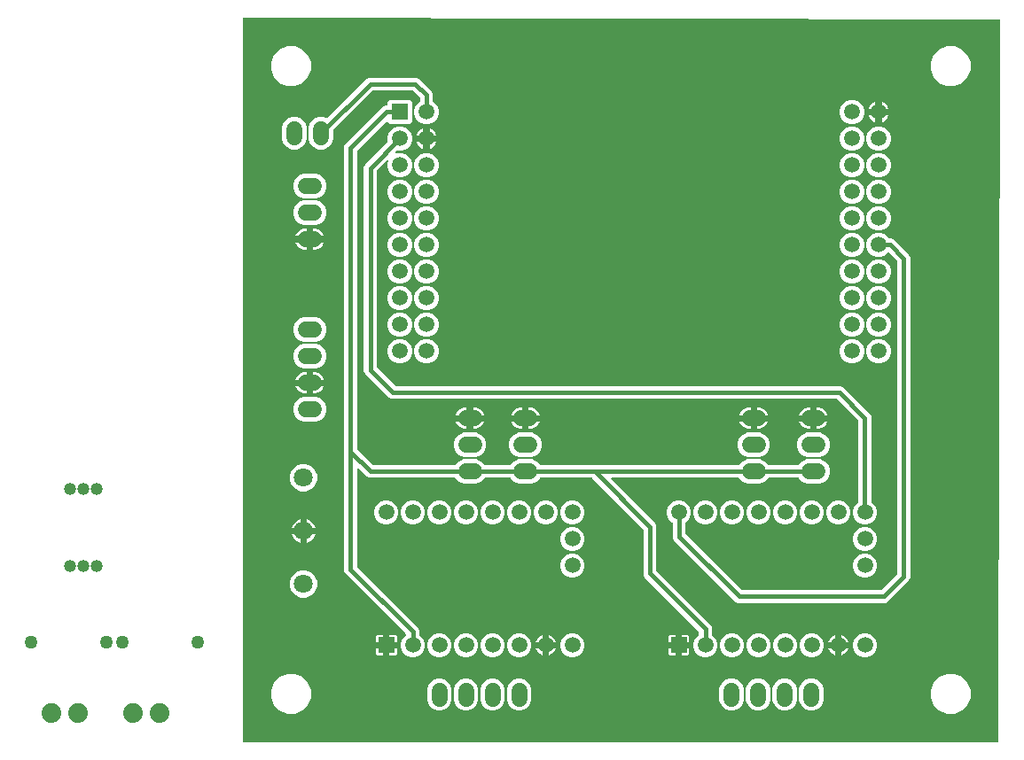
<source format=gbr>
G04 EAGLE Gerber RS-274X export*
G75*
%MOMM*%
%FSLAX34Y34*%
%LPD*%
%INBottom Copper*%
%IPPOS*%
%AMOC8*
5,1,8,0,0,1.08239X$1,22.5*%
G01*
G04 Define Apertures*
%ADD10C,1.500000*%
%ADD11R,1.500000X1.500000*%
%ADD12C,1.524000*%
%ADD13R,1.520000X1.520000*%
%ADD14C,1.520000*%
%ADD15C,1.800000*%
%ADD16C,1.879600*%
%ADD17C,1.260000*%
%ADD18C,1.185000*%
%ADD19C,0.406400*%
G36*
X725478Y4124D02*
X725181Y4064D01*
X4826Y4064D01*
X4551Y4115D01*
X4296Y4279D01*
X4124Y4529D01*
X4064Y4826D01*
X4064Y695167D01*
X4116Y695443D01*
X4279Y695698D01*
X4530Y695869D01*
X4827Y695929D01*
X726168Y694943D01*
X726443Y694891D01*
X726698Y694727D01*
X726869Y694477D01*
X726929Y694180D01*
X725943Y4825D01*
X725892Y4551D01*
X725728Y4296D01*
X725478Y4124D01*
G37*
%LPC*%
G36*
X676208Y630936D02*
X683792Y630936D01*
X690799Y633838D01*
X696162Y639201D01*
X699064Y646208D01*
X699064Y653792D01*
X696162Y660799D01*
X690799Y666162D01*
X683792Y669064D01*
X676208Y669064D01*
X669201Y666162D01*
X663838Y660799D01*
X660936Y653792D01*
X660936Y646208D01*
X663838Y639201D01*
X669201Y633838D01*
X676208Y630936D01*
G37*
G36*
X46208Y630936D02*
X53792Y630936D01*
X60799Y633838D01*
X66162Y639201D01*
X69064Y646208D01*
X69064Y653792D01*
X66162Y660799D01*
X60799Y666162D01*
X53792Y669064D01*
X46208Y669064D01*
X39201Y666162D01*
X33838Y660799D01*
X30936Y653792D01*
X30936Y646208D01*
X33838Y639201D01*
X39201Y633838D01*
X46208Y630936D01*
G37*
G36*
X76376Y570506D02*
X81024Y570506D01*
X85318Y572285D01*
X88605Y575572D01*
X90384Y579866D01*
X90384Y588747D01*
X90440Y589033D01*
X90607Y589286D01*
X128017Y626696D01*
X128259Y626859D01*
X128556Y626919D01*
X165808Y626919D01*
X166094Y626864D01*
X166347Y626696D01*
X173155Y619888D01*
X173318Y619647D01*
X173378Y619349D01*
X173378Y616799D01*
X173325Y616519D01*
X173159Y616265D01*
X172908Y616095D01*
X172867Y616078D01*
X169586Y612797D01*
X167810Y608510D01*
X167810Y603870D01*
X169586Y599583D01*
X172867Y596302D01*
X177154Y594526D01*
X181794Y594526D01*
X186081Y596302D01*
X189362Y599583D01*
X191138Y603870D01*
X191138Y608510D01*
X189362Y612797D01*
X186081Y616078D01*
X186040Y616095D01*
X185802Y616252D01*
X185630Y616502D01*
X185570Y616799D01*
X185570Y623403D01*
X184642Y625643D01*
X172102Y638183D01*
X169861Y639111D01*
X124503Y639111D01*
X122262Y638183D01*
X84601Y600522D01*
X84365Y600361D01*
X84068Y600299D01*
X83770Y600357D01*
X81024Y601494D01*
X76376Y601494D01*
X72082Y599715D01*
X68795Y596428D01*
X67016Y592134D01*
X67016Y579866D01*
X68795Y575572D01*
X72082Y572285D01*
X76376Y570506D01*
G37*
G36*
X583554Y594526D02*
X588194Y594526D01*
X592481Y596302D01*
X595762Y599583D01*
X597538Y603870D01*
X597538Y608510D01*
X595762Y612797D01*
X592481Y616078D01*
X588194Y617854D01*
X583554Y617854D01*
X579267Y616078D01*
X575986Y612797D01*
X574210Y608510D01*
X574210Y603870D01*
X575986Y599583D01*
X579267Y596302D01*
X583554Y594526D01*
G37*
G36*
X164200Y84936D02*
X168800Y84936D01*
X173051Y86697D01*
X176303Y89950D01*
X178064Y94200D01*
X178064Y98800D01*
X176303Y103051D01*
X173039Y106315D01*
X172828Y106454D01*
X172656Y106704D01*
X172596Y107001D01*
X172596Y110713D01*
X171668Y112953D01*
X113355Y171266D01*
X113193Y171507D01*
X113132Y171804D01*
X113132Y265101D01*
X113179Y265365D01*
X113339Y265623D01*
X113586Y265798D01*
X113882Y265863D01*
X114180Y265808D01*
X114433Y265640D01*
X122641Y257432D01*
X124882Y256504D01*
X206559Y256504D01*
X206840Y256451D01*
X207094Y256285D01*
X207263Y256034D01*
X207285Y255982D01*
X210572Y252695D01*
X214866Y250916D01*
X227134Y250916D01*
X231428Y252695D01*
X234715Y255982D01*
X234737Y256034D01*
X234893Y256272D01*
X235144Y256444D01*
X235441Y256504D01*
X259559Y256504D01*
X259840Y256451D01*
X260094Y256285D01*
X260263Y256034D01*
X260285Y255982D01*
X263572Y252695D01*
X267866Y250916D01*
X280134Y250916D01*
X284428Y252695D01*
X287715Y255982D01*
X287737Y256034D01*
X287893Y256272D01*
X288144Y256444D01*
X288441Y256504D01*
X337159Y256504D01*
X337445Y256448D01*
X337698Y256281D01*
X386681Y207298D01*
X386844Y207057D01*
X386904Y206759D01*
X386904Y163787D01*
X387832Y161547D01*
X439467Y109912D01*
X439630Y109670D01*
X439690Y109373D01*
X439690Y107001D01*
X439637Y106721D01*
X439471Y106466D01*
X439248Y106316D01*
X435983Y103051D01*
X434222Y98800D01*
X434222Y94200D01*
X435983Y89950D01*
X439236Y86697D01*
X443486Y84936D01*
X448086Y84936D01*
X452337Y86697D01*
X455590Y89950D01*
X457350Y94200D01*
X457350Y98800D01*
X455590Y103051D01*
X452325Y106315D01*
X452114Y106454D01*
X451943Y106704D01*
X451882Y107001D01*
X451882Y113426D01*
X450954Y115667D01*
X399319Y167302D01*
X399156Y167543D01*
X399096Y167841D01*
X399096Y210813D01*
X398168Y213053D01*
X356018Y255203D01*
X355865Y255423D01*
X355795Y255718D01*
X355846Y256017D01*
X356009Y256272D01*
X356259Y256444D01*
X356557Y256504D01*
X477559Y256504D01*
X477840Y256451D01*
X478094Y256285D01*
X478263Y256034D01*
X478285Y255982D01*
X481572Y252695D01*
X485866Y250916D01*
X498134Y250916D01*
X502428Y252695D01*
X505715Y255982D01*
X505772Y256118D01*
X505928Y256356D01*
X506178Y256528D01*
X506476Y256588D01*
X534524Y256588D01*
X534805Y256534D01*
X535059Y256369D01*
X535228Y256118D01*
X535285Y255982D01*
X538572Y252695D01*
X542866Y250916D01*
X555134Y250916D01*
X559428Y252695D01*
X562715Y255982D01*
X564494Y260276D01*
X564494Y264924D01*
X562715Y269218D01*
X559428Y272505D01*
X555134Y274284D01*
X542866Y274284D01*
X538572Y272505D01*
X535262Y269196D01*
X535141Y269012D01*
X534891Y268840D01*
X534594Y268780D01*
X506406Y268780D01*
X506126Y268833D01*
X505872Y268999D01*
X505741Y269193D01*
X502428Y272505D01*
X498134Y274284D01*
X485866Y274284D01*
X481572Y272505D01*
X478285Y269218D01*
X478263Y269166D01*
X478107Y268928D01*
X477856Y268756D01*
X477559Y268696D01*
X288441Y268696D01*
X288160Y268749D01*
X287906Y268915D01*
X287737Y269166D01*
X287715Y269218D01*
X284428Y272505D01*
X280134Y274284D01*
X267866Y274284D01*
X263572Y272505D01*
X260285Y269218D01*
X260263Y269166D01*
X260107Y268928D01*
X259856Y268756D01*
X259559Y268696D01*
X235441Y268696D01*
X235160Y268749D01*
X234906Y268915D01*
X234737Y269166D01*
X234715Y269218D01*
X231428Y272505D01*
X227134Y274284D01*
X214866Y274284D01*
X210572Y272505D01*
X207285Y269218D01*
X207263Y269166D01*
X207107Y268928D01*
X206856Y268756D01*
X206559Y268696D01*
X128935Y268696D01*
X128649Y268752D01*
X128396Y268919D01*
X113355Y283960D01*
X113193Y284201D01*
X113132Y284499D01*
X113132Y569042D01*
X113188Y569328D01*
X113355Y569581D01*
X141109Y597335D01*
X141329Y597488D01*
X141624Y597558D01*
X141923Y597507D01*
X142178Y597343D01*
X142350Y597093D01*
X142382Y596935D01*
X144791Y594526D01*
X163357Y594526D01*
X165738Y596907D01*
X165738Y615473D01*
X163357Y617854D01*
X144791Y617854D01*
X142410Y615473D01*
X142410Y613048D01*
X142359Y612773D01*
X142195Y612518D01*
X141945Y612346D01*
X141648Y612286D01*
X140131Y612286D01*
X137890Y611358D01*
X101868Y575336D01*
X100940Y573095D01*
X100940Y167751D01*
X101868Y165511D01*
X103690Y163689D01*
X159974Y107405D01*
X160132Y107175D01*
X160197Y106879D01*
X160141Y106581D01*
X159974Y106328D01*
X156697Y103051D01*
X154936Y98800D01*
X154936Y94200D01*
X156697Y89950D01*
X159950Y86697D01*
X164200Y84936D01*
G37*
G36*
X601561Y609238D02*
X608226Y609238D01*
X608226Y615903D01*
X605530Y614786D01*
X602678Y611934D01*
X601561Y609238D01*
G37*
G36*
X614322Y609238D02*
X620987Y609238D01*
X619870Y611934D01*
X617018Y614786D01*
X614322Y615903D01*
X614322Y609238D01*
G37*
G36*
X614322Y603142D02*
X614322Y596477D01*
X617018Y597594D01*
X619870Y600446D01*
X620987Y603142D01*
X614322Y603142D01*
G37*
G36*
X605530Y597594D02*
X608226Y596477D01*
X608226Y603142D01*
X601561Y603142D01*
X602678Y600446D01*
X605530Y597594D01*
G37*
G36*
X50976Y570506D02*
X55624Y570506D01*
X59918Y572285D01*
X63205Y575572D01*
X64984Y579866D01*
X64984Y592134D01*
X63205Y596428D01*
X59918Y599715D01*
X55624Y601494D01*
X50976Y601494D01*
X46682Y599715D01*
X43395Y596428D01*
X41616Y592134D01*
X41616Y579866D01*
X43395Y575572D01*
X46682Y572285D01*
X50976Y570506D01*
G37*
G36*
X608954Y569126D02*
X613594Y569126D01*
X617881Y570902D01*
X621162Y574183D01*
X622938Y578470D01*
X622938Y583110D01*
X621162Y587397D01*
X617881Y590678D01*
X613594Y592454D01*
X608954Y592454D01*
X604667Y590678D01*
X601386Y587397D01*
X599610Y583110D01*
X599610Y578470D01*
X601386Y574183D01*
X604667Y570902D01*
X608954Y569126D01*
G37*
G36*
X583554Y569126D02*
X588194Y569126D01*
X592481Y570902D01*
X595762Y574183D01*
X597538Y578470D01*
X597538Y583110D01*
X595762Y587397D01*
X592481Y590678D01*
X588194Y592454D01*
X583554Y592454D01*
X579267Y590678D01*
X575986Y587397D01*
X574210Y583110D01*
X574210Y578470D01*
X575986Y574183D01*
X579267Y570902D01*
X583554Y569126D01*
G37*
G36*
X595886Y211936D02*
X600486Y211936D01*
X604737Y213697D01*
X607990Y216950D01*
X609750Y221200D01*
X609750Y225800D01*
X607990Y230051D01*
X604737Y233303D01*
X604686Y233325D01*
X604447Y233481D01*
X604275Y233731D01*
X604215Y234029D01*
X604215Y315026D01*
X603287Y317267D01*
X577210Y343344D01*
X574969Y344272D01*
X150110Y344272D01*
X149824Y344328D01*
X149571Y344495D01*
X132111Y361956D01*
X131948Y362197D01*
X131888Y362495D01*
X131888Y549667D01*
X131943Y549953D01*
X132111Y550206D01*
X141678Y559772D01*
X141891Y559923D01*
X142186Y559995D01*
X142485Y559947D01*
X142742Y559785D01*
X142916Y559536D01*
X142978Y559240D01*
X142920Y558942D01*
X142410Y557710D01*
X142410Y553070D01*
X144186Y548783D01*
X147467Y545502D01*
X151754Y543726D01*
X156394Y543726D01*
X160681Y545502D01*
X163962Y548783D01*
X165738Y553070D01*
X165738Y557710D01*
X163962Y561997D01*
X160681Y565278D01*
X156394Y567054D01*
X151754Y567054D01*
X150522Y566544D01*
X150267Y566487D01*
X149967Y566533D01*
X149709Y566692D01*
X149534Y566939D01*
X149469Y567236D01*
X149524Y567534D01*
X149692Y567787D01*
X150883Y568978D01*
X151119Y569138D01*
X151416Y569201D01*
X151713Y569143D01*
X151754Y569126D01*
X156394Y569126D01*
X160681Y570902D01*
X163962Y574183D01*
X165738Y578470D01*
X165738Y583110D01*
X163962Y587397D01*
X160681Y590678D01*
X156394Y592454D01*
X151754Y592454D01*
X147467Y590678D01*
X144186Y587397D01*
X142410Y583110D01*
X142410Y578470D01*
X142427Y578429D01*
X142485Y578150D01*
X142429Y577852D01*
X142262Y577599D01*
X120624Y555961D01*
X119696Y553720D01*
X119696Y358441D01*
X120624Y356201D01*
X143816Y333008D01*
X146057Y332080D01*
X570916Y332080D01*
X571202Y332024D01*
X571455Y331857D01*
X591800Y311512D01*
X591963Y311270D01*
X592023Y310973D01*
X592023Y233973D01*
X591970Y233693D01*
X591804Y233439D01*
X591702Y233370D01*
X588383Y230051D01*
X586622Y225800D01*
X586622Y221200D01*
X588383Y216950D01*
X591636Y213697D01*
X595886Y211936D01*
G37*
G36*
X169761Y583838D02*
X176426Y583838D01*
X176426Y590503D01*
X173730Y589386D01*
X170878Y586534D01*
X169761Y583838D01*
G37*
G36*
X182522Y583838D02*
X189187Y583838D01*
X188070Y586534D01*
X185218Y589386D01*
X182522Y590503D01*
X182522Y583838D01*
G37*
G36*
X182522Y577742D02*
X182522Y571077D01*
X185218Y572194D01*
X188070Y575046D01*
X189187Y577742D01*
X182522Y577742D01*
G37*
G36*
X173730Y572194D02*
X176426Y571077D01*
X176426Y577742D01*
X169761Y577742D01*
X170878Y575046D01*
X173730Y572194D01*
G37*
G36*
X583554Y543726D02*
X588194Y543726D01*
X592481Y545502D01*
X595762Y548783D01*
X597538Y553070D01*
X597538Y557710D01*
X595762Y561997D01*
X592481Y565278D01*
X588194Y567054D01*
X583554Y567054D01*
X579267Y565278D01*
X575986Y561997D01*
X574210Y557710D01*
X574210Y553070D01*
X575986Y548783D01*
X579267Y545502D01*
X583554Y543726D01*
G37*
G36*
X608954Y543726D02*
X613594Y543726D01*
X617881Y545502D01*
X621162Y548783D01*
X622938Y553070D01*
X622938Y557710D01*
X621162Y561997D01*
X617881Y565278D01*
X613594Y567054D01*
X608954Y567054D01*
X604667Y565278D01*
X601386Y561997D01*
X599610Y557710D01*
X599610Y553070D01*
X601386Y548783D01*
X604667Y545502D01*
X608954Y543726D01*
G37*
G36*
X177154Y543726D02*
X181794Y543726D01*
X186081Y545502D01*
X189362Y548783D01*
X191138Y553070D01*
X191138Y557710D01*
X189362Y561997D01*
X186081Y565278D01*
X181794Y567054D01*
X177154Y567054D01*
X172867Y565278D01*
X169586Y561997D01*
X167810Y557710D01*
X167810Y553070D01*
X169586Y548783D01*
X172867Y545502D01*
X177154Y543726D01*
G37*
G36*
X61866Y523716D02*
X74134Y523716D01*
X78428Y525495D01*
X81715Y528782D01*
X83494Y533076D01*
X83494Y537724D01*
X81715Y542018D01*
X78428Y545305D01*
X74134Y547084D01*
X61866Y547084D01*
X57572Y545305D01*
X54285Y542018D01*
X52506Y537724D01*
X52506Y533076D01*
X54285Y528782D01*
X57572Y525495D01*
X61866Y523716D01*
G37*
G36*
X608954Y518326D02*
X613594Y518326D01*
X617881Y520102D01*
X621162Y523383D01*
X622938Y527670D01*
X622938Y532310D01*
X621162Y536597D01*
X617881Y539878D01*
X613594Y541654D01*
X608954Y541654D01*
X604667Y539878D01*
X601386Y536597D01*
X599610Y532310D01*
X599610Y527670D01*
X601386Y523383D01*
X604667Y520102D01*
X608954Y518326D01*
G37*
G36*
X583554Y518326D02*
X588194Y518326D01*
X592481Y520102D01*
X595762Y523383D01*
X597538Y527670D01*
X597538Y532310D01*
X595762Y536597D01*
X592481Y539878D01*
X588194Y541654D01*
X583554Y541654D01*
X579267Y539878D01*
X575986Y536597D01*
X574210Y532310D01*
X574210Y527670D01*
X575986Y523383D01*
X579267Y520102D01*
X583554Y518326D01*
G37*
G36*
X177154Y518326D02*
X181794Y518326D01*
X186081Y520102D01*
X189362Y523383D01*
X191138Y527670D01*
X191138Y532310D01*
X189362Y536597D01*
X186081Y539878D01*
X181794Y541654D01*
X177154Y541654D01*
X172867Y539878D01*
X169586Y536597D01*
X167810Y532310D01*
X167810Y527670D01*
X169586Y523383D01*
X172867Y520102D01*
X177154Y518326D01*
G37*
G36*
X151754Y518326D02*
X156394Y518326D01*
X160681Y520102D01*
X163962Y523383D01*
X165738Y527670D01*
X165738Y532310D01*
X163962Y536597D01*
X160681Y539878D01*
X156394Y541654D01*
X151754Y541654D01*
X147467Y539878D01*
X144186Y536597D01*
X142410Y532310D01*
X142410Y527670D01*
X144186Y523383D01*
X147467Y520102D01*
X151754Y518326D01*
G37*
G36*
X61866Y498316D02*
X74134Y498316D01*
X78428Y500095D01*
X81715Y503382D01*
X83494Y507676D01*
X83494Y512324D01*
X81715Y516618D01*
X78428Y519905D01*
X74134Y521684D01*
X61866Y521684D01*
X57572Y519905D01*
X54285Y516618D01*
X52506Y512324D01*
X52506Y507676D01*
X54285Y503382D01*
X57572Y500095D01*
X61866Y498316D01*
G37*
G36*
X608954Y492926D02*
X613594Y492926D01*
X617881Y494702D01*
X621162Y497983D01*
X622938Y502270D01*
X622938Y506910D01*
X621162Y511197D01*
X617881Y514478D01*
X613594Y516254D01*
X608954Y516254D01*
X604667Y514478D01*
X601386Y511197D01*
X599610Y506910D01*
X599610Y502270D01*
X601386Y497983D01*
X604667Y494702D01*
X608954Y492926D01*
G37*
G36*
X583554Y492926D02*
X588194Y492926D01*
X592481Y494702D01*
X595762Y497983D01*
X597538Y502270D01*
X597538Y506910D01*
X595762Y511197D01*
X592481Y514478D01*
X588194Y516254D01*
X583554Y516254D01*
X579267Y514478D01*
X575986Y511197D01*
X574210Y506910D01*
X574210Y502270D01*
X575986Y497983D01*
X579267Y494702D01*
X583554Y492926D01*
G37*
G36*
X177154Y492926D02*
X181794Y492926D01*
X186081Y494702D01*
X189362Y497983D01*
X191138Y502270D01*
X191138Y506910D01*
X189362Y511197D01*
X186081Y514478D01*
X181794Y516254D01*
X177154Y516254D01*
X172867Y514478D01*
X169586Y511197D01*
X167810Y506910D01*
X167810Y502270D01*
X169586Y497983D01*
X172867Y494702D01*
X177154Y492926D01*
G37*
G36*
X151754Y492926D02*
X156394Y492926D01*
X160681Y494702D01*
X163962Y497983D01*
X165738Y502270D01*
X165738Y506910D01*
X163962Y511197D01*
X160681Y514478D01*
X156394Y516254D01*
X151754Y516254D01*
X147467Y514478D01*
X144186Y511197D01*
X142410Y506910D01*
X142410Y502270D01*
X144186Y497983D01*
X147467Y494702D01*
X151754Y492926D01*
G37*
G36*
X71048Y487648D02*
X81545Y487648D01*
X80423Y490355D01*
X77565Y493213D01*
X73831Y494760D01*
X71048Y494760D01*
X71048Y487648D01*
G37*
G36*
X54455Y487648D02*
X64952Y487648D01*
X64952Y494760D01*
X62169Y494760D01*
X58435Y493213D01*
X55577Y490355D01*
X54455Y487648D01*
G37*
G36*
X477103Y136888D02*
X617306Y136888D01*
X619546Y137817D01*
X640417Y158687D01*
X641345Y160927D01*
X641345Y467218D01*
X640417Y469458D01*
X625517Y484358D01*
X623276Y485286D01*
X621883Y485286D01*
X621603Y485339D01*
X621349Y485505D01*
X621179Y485756D01*
X621162Y485797D01*
X617881Y489078D01*
X613594Y490854D01*
X608954Y490854D01*
X604667Y489078D01*
X601386Y485797D01*
X599610Y481510D01*
X599610Y476870D01*
X601386Y472583D01*
X604667Y469302D01*
X608954Y467526D01*
X613594Y467526D01*
X617881Y469302D01*
X620067Y471488D01*
X620298Y471646D01*
X620594Y471711D01*
X620892Y471655D01*
X621145Y471488D01*
X628929Y463703D01*
X629092Y463462D01*
X629153Y463164D01*
X629153Y164981D01*
X629097Y164695D01*
X628929Y164442D01*
X613791Y149304D01*
X613550Y149141D01*
X613253Y149080D01*
X481157Y149080D01*
X480871Y149136D01*
X480618Y149304D01*
X427221Y202701D01*
X427058Y202942D01*
X426998Y203240D01*
X426998Y213442D01*
X427053Y213728D01*
X427221Y213981D01*
X430190Y216950D01*
X431950Y221200D01*
X431950Y225800D01*
X430190Y230051D01*
X426937Y233303D01*
X422686Y235064D01*
X418086Y235064D01*
X413836Y233303D01*
X410583Y230051D01*
X408822Y225800D01*
X408822Y221200D01*
X410583Y216950D01*
X413836Y213697D01*
X414335Y213490D01*
X414574Y213333D01*
X414745Y213083D01*
X414806Y212786D01*
X414806Y199186D01*
X415734Y196946D01*
X474863Y137817D01*
X477103Y136888D01*
G37*
G36*
X583554Y467526D02*
X588194Y467526D01*
X592481Y469302D01*
X595762Y472583D01*
X597538Y476870D01*
X597538Y481510D01*
X595762Y485797D01*
X592481Y489078D01*
X588194Y490854D01*
X583554Y490854D01*
X579267Y489078D01*
X575986Y485797D01*
X574210Y481510D01*
X574210Y476870D01*
X575986Y472583D01*
X579267Y469302D01*
X583554Y467526D01*
G37*
G36*
X177154Y467526D02*
X181794Y467526D01*
X186081Y469302D01*
X189362Y472583D01*
X191138Y476870D01*
X191138Y481510D01*
X189362Y485797D01*
X186081Y489078D01*
X181794Y490854D01*
X177154Y490854D01*
X172867Y489078D01*
X169586Y485797D01*
X167810Y481510D01*
X167810Y476870D01*
X169586Y472583D01*
X172867Y469302D01*
X177154Y467526D01*
G37*
G36*
X151754Y467526D02*
X156394Y467526D01*
X160681Y469302D01*
X163962Y472583D01*
X165738Y476870D01*
X165738Y481510D01*
X163962Y485797D01*
X160681Y489078D01*
X156394Y490854D01*
X151754Y490854D01*
X147467Y489078D01*
X144186Y485797D01*
X142410Y481510D01*
X142410Y476870D01*
X144186Y472583D01*
X147467Y469302D01*
X151754Y467526D01*
G37*
G36*
X62169Y474440D02*
X64952Y474440D01*
X64952Y481552D01*
X54455Y481552D01*
X55577Y478845D01*
X58435Y475987D01*
X62169Y474440D01*
G37*
G36*
X71048Y474440D02*
X73831Y474440D01*
X77565Y475987D01*
X80423Y478845D01*
X81545Y481552D01*
X71048Y481552D01*
X71048Y474440D01*
G37*
G36*
X608954Y442126D02*
X613594Y442126D01*
X617881Y443902D01*
X621162Y447183D01*
X622938Y451470D01*
X622938Y456110D01*
X621162Y460397D01*
X617881Y463678D01*
X613594Y465454D01*
X608954Y465454D01*
X604667Y463678D01*
X601386Y460397D01*
X599610Y456110D01*
X599610Y451470D01*
X601386Y447183D01*
X604667Y443902D01*
X608954Y442126D01*
G37*
G36*
X151754Y442126D02*
X156394Y442126D01*
X160681Y443902D01*
X163962Y447183D01*
X165738Y451470D01*
X165738Y456110D01*
X163962Y460397D01*
X160681Y463678D01*
X156394Y465454D01*
X151754Y465454D01*
X147467Y463678D01*
X144186Y460397D01*
X142410Y456110D01*
X142410Y451470D01*
X144186Y447183D01*
X147467Y443902D01*
X151754Y442126D01*
G37*
G36*
X583554Y442126D02*
X588194Y442126D01*
X592481Y443902D01*
X595762Y447183D01*
X597538Y451470D01*
X597538Y456110D01*
X595762Y460397D01*
X592481Y463678D01*
X588194Y465454D01*
X583554Y465454D01*
X579267Y463678D01*
X575986Y460397D01*
X574210Y456110D01*
X574210Y451470D01*
X575986Y447183D01*
X579267Y443902D01*
X583554Y442126D01*
G37*
G36*
X177154Y442126D02*
X181794Y442126D01*
X186081Y443902D01*
X189362Y447183D01*
X191138Y451470D01*
X191138Y456110D01*
X189362Y460397D01*
X186081Y463678D01*
X181794Y465454D01*
X177154Y465454D01*
X172867Y463678D01*
X169586Y460397D01*
X167810Y456110D01*
X167810Y451470D01*
X169586Y447183D01*
X172867Y443902D01*
X177154Y442126D01*
G37*
G36*
X151754Y416726D02*
X156394Y416726D01*
X160681Y418502D01*
X163962Y421783D01*
X165738Y426070D01*
X165738Y430710D01*
X163962Y434997D01*
X160681Y438278D01*
X156394Y440054D01*
X151754Y440054D01*
X147467Y438278D01*
X144186Y434997D01*
X142410Y430710D01*
X142410Y426070D01*
X144186Y421783D01*
X147467Y418502D01*
X151754Y416726D01*
G37*
G36*
X608954Y416726D02*
X613594Y416726D01*
X617881Y418502D01*
X621162Y421783D01*
X622938Y426070D01*
X622938Y430710D01*
X621162Y434997D01*
X617881Y438278D01*
X613594Y440054D01*
X608954Y440054D01*
X604667Y438278D01*
X601386Y434997D01*
X599610Y430710D01*
X599610Y426070D01*
X601386Y421783D01*
X604667Y418502D01*
X608954Y416726D01*
G37*
G36*
X583554Y416726D02*
X588194Y416726D01*
X592481Y418502D01*
X595762Y421783D01*
X597538Y426070D01*
X597538Y430710D01*
X595762Y434997D01*
X592481Y438278D01*
X588194Y440054D01*
X583554Y440054D01*
X579267Y438278D01*
X575986Y434997D01*
X574210Y430710D01*
X574210Y426070D01*
X575986Y421783D01*
X579267Y418502D01*
X583554Y416726D01*
G37*
G36*
X177154Y416726D02*
X181794Y416726D01*
X186081Y418502D01*
X189362Y421783D01*
X191138Y426070D01*
X191138Y430710D01*
X189362Y434997D01*
X186081Y438278D01*
X181794Y440054D01*
X177154Y440054D01*
X172867Y438278D01*
X169586Y434997D01*
X167810Y430710D01*
X167810Y426070D01*
X169586Y421783D01*
X172867Y418502D01*
X177154Y416726D01*
G37*
G36*
X177154Y391326D02*
X181794Y391326D01*
X186081Y393102D01*
X189362Y396383D01*
X191138Y400670D01*
X191138Y405310D01*
X189362Y409597D01*
X186081Y412878D01*
X181794Y414654D01*
X177154Y414654D01*
X172867Y412878D01*
X169586Y409597D01*
X167810Y405310D01*
X167810Y400670D01*
X169586Y396383D01*
X172867Y393102D01*
X177154Y391326D01*
G37*
G36*
X583554Y391326D02*
X588194Y391326D01*
X592481Y393102D01*
X595762Y396383D01*
X597538Y400670D01*
X597538Y405310D01*
X595762Y409597D01*
X592481Y412878D01*
X588194Y414654D01*
X583554Y414654D01*
X579267Y412878D01*
X575986Y409597D01*
X574210Y405310D01*
X574210Y400670D01*
X575986Y396383D01*
X579267Y393102D01*
X583554Y391326D01*
G37*
G36*
X608954Y391326D02*
X613594Y391326D01*
X617881Y393102D01*
X621162Y396383D01*
X622938Y400670D01*
X622938Y405310D01*
X621162Y409597D01*
X617881Y412878D01*
X613594Y414654D01*
X608954Y414654D01*
X604667Y412878D01*
X601386Y409597D01*
X599610Y405310D01*
X599610Y400670D01*
X601386Y396383D01*
X604667Y393102D01*
X608954Y391326D01*
G37*
G36*
X151754Y391326D02*
X156394Y391326D01*
X160681Y393102D01*
X163962Y396383D01*
X165738Y400670D01*
X165738Y405310D01*
X163962Y409597D01*
X160681Y412878D01*
X156394Y414654D01*
X151754Y414654D01*
X147467Y412878D01*
X144186Y409597D01*
X142410Y405310D01*
X142410Y400670D01*
X144186Y396383D01*
X147467Y393102D01*
X151754Y391326D01*
G37*
G36*
X61866Y386416D02*
X74134Y386416D01*
X78428Y388195D01*
X81715Y391482D01*
X83494Y395776D01*
X83494Y400424D01*
X81715Y404718D01*
X78428Y408005D01*
X74134Y409784D01*
X61866Y409784D01*
X57572Y408005D01*
X54285Y404718D01*
X52506Y400424D01*
X52506Y395776D01*
X54285Y391482D01*
X57572Y388195D01*
X61866Y386416D01*
G37*
G36*
X177154Y365926D02*
X181794Y365926D01*
X186081Y367702D01*
X189362Y370983D01*
X191138Y375270D01*
X191138Y379910D01*
X189362Y384197D01*
X186081Y387478D01*
X181794Y389254D01*
X177154Y389254D01*
X172867Y387478D01*
X169586Y384197D01*
X167810Y379910D01*
X167810Y375270D01*
X169586Y370983D01*
X172867Y367702D01*
X177154Y365926D01*
G37*
G36*
X583554Y365926D02*
X588194Y365926D01*
X592481Y367702D01*
X595762Y370983D01*
X597538Y375270D01*
X597538Y379910D01*
X595762Y384197D01*
X592481Y387478D01*
X588194Y389254D01*
X583554Y389254D01*
X579267Y387478D01*
X575986Y384197D01*
X574210Y379910D01*
X574210Y375270D01*
X575986Y370983D01*
X579267Y367702D01*
X583554Y365926D01*
G37*
G36*
X151754Y365926D02*
X156394Y365926D01*
X160681Y367702D01*
X163962Y370983D01*
X165738Y375270D01*
X165738Y379910D01*
X163962Y384197D01*
X160681Y387478D01*
X156394Y389254D01*
X151754Y389254D01*
X147467Y387478D01*
X144186Y384197D01*
X142410Y379910D01*
X142410Y375270D01*
X144186Y370983D01*
X147467Y367702D01*
X151754Y365926D01*
G37*
G36*
X608954Y365926D02*
X613594Y365926D01*
X617881Y367702D01*
X621162Y370983D01*
X622938Y375270D01*
X622938Y379910D01*
X621162Y384197D01*
X617881Y387478D01*
X613594Y389254D01*
X608954Y389254D01*
X604667Y387478D01*
X601386Y384197D01*
X599610Y379910D01*
X599610Y375270D01*
X601386Y370983D01*
X604667Y367702D01*
X608954Y365926D01*
G37*
G36*
X61866Y361016D02*
X74134Y361016D01*
X78428Y362795D01*
X81715Y366082D01*
X83494Y370376D01*
X83494Y375024D01*
X81715Y379318D01*
X78428Y382605D01*
X74134Y384384D01*
X61866Y384384D01*
X57572Y382605D01*
X54285Y379318D01*
X52506Y375024D01*
X52506Y370376D01*
X54285Y366082D01*
X57572Y362795D01*
X61866Y361016D01*
G37*
G36*
X54455Y350348D02*
X64952Y350348D01*
X64952Y357460D01*
X62169Y357460D01*
X58435Y355913D01*
X55577Y353055D01*
X54455Y350348D01*
G37*
G36*
X71048Y350348D02*
X81545Y350348D01*
X80423Y353055D01*
X77565Y355913D01*
X73831Y357460D01*
X71048Y357460D01*
X71048Y350348D01*
G37*
G36*
X62169Y337140D02*
X64952Y337140D01*
X64952Y344252D01*
X54455Y344252D01*
X55577Y341545D01*
X58435Y338687D01*
X62169Y337140D01*
G37*
G36*
X71048Y337140D02*
X73831Y337140D01*
X77565Y338687D01*
X80423Y341545D01*
X81545Y344252D01*
X71048Y344252D01*
X71048Y337140D01*
G37*
G36*
X61866Y310216D02*
X74134Y310216D01*
X78428Y311995D01*
X81715Y315282D01*
X83494Y319576D01*
X83494Y324224D01*
X81715Y328518D01*
X78428Y331805D01*
X74134Y333584D01*
X61866Y333584D01*
X57572Y331805D01*
X54285Y328518D01*
X52506Y324224D01*
X52506Y319576D01*
X54285Y315282D01*
X57572Y311995D01*
X61866Y310216D01*
G37*
G36*
X224048Y316448D02*
X234545Y316448D01*
X233423Y319155D01*
X230565Y322013D01*
X226831Y323560D01*
X224048Y323560D01*
X224048Y316448D01*
G37*
G36*
X277048Y316448D02*
X287545Y316448D01*
X286423Y319155D01*
X283565Y322013D01*
X279831Y323560D01*
X277048Y323560D01*
X277048Y316448D01*
G37*
G36*
X260455Y316448D02*
X270952Y316448D01*
X270952Y323560D01*
X268169Y323560D01*
X264435Y322013D01*
X261577Y319155D01*
X260455Y316448D01*
G37*
G36*
X207455Y316448D02*
X217952Y316448D01*
X217952Y323560D01*
X215169Y323560D01*
X211435Y322013D01*
X208577Y319155D01*
X207455Y316448D01*
G37*
G36*
X535455Y316448D02*
X545952Y316448D01*
X545952Y323560D01*
X543169Y323560D01*
X539435Y322013D01*
X536577Y319155D01*
X535455Y316448D01*
G37*
G36*
X478455Y316448D02*
X488952Y316448D01*
X488952Y323560D01*
X486169Y323560D01*
X482435Y322013D01*
X479577Y319155D01*
X478455Y316448D01*
G37*
G36*
X495048Y316448D02*
X505545Y316448D01*
X504423Y319155D01*
X501565Y322013D01*
X497831Y323560D01*
X495048Y323560D01*
X495048Y316448D01*
G37*
G36*
X552048Y316448D02*
X562545Y316448D01*
X561423Y319155D01*
X558565Y322013D01*
X554831Y323560D01*
X552048Y323560D01*
X552048Y316448D01*
G37*
G36*
X552048Y303240D02*
X554831Y303240D01*
X558565Y304787D01*
X561423Y307645D01*
X562545Y310352D01*
X552048Y310352D01*
X552048Y303240D01*
G37*
G36*
X495048Y303240D02*
X497831Y303240D01*
X501565Y304787D01*
X504423Y307645D01*
X505545Y310352D01*
X495048Y310352D01*
X495048Y303240D01*
G37*
G36*
X486169Y303240D02*
X488952Y303240D01*
X488952Y310352D01*
X478455Y310352D01*
X479577Y307645D01*
X482435Y304787D01*
X486169Y303240D01*
G37*
G36*
X277048Y303240D02*
X279831Y303240D01*
X283565Y304787D01*
X286423Y307645D01*
X287545Y310352D01*
X277048Y310352D01*
X277048Y303240D01*
G37*
G36*
X268169Y303240D02*
X270952Y303240D01*
X270952Y310352D01*
X260455Y310352D01*
X261577Y307645D01*
X264435Y304787D01*
X268169Y303240D01*
G37*
G36*
X224048Y303240D02*
X226831Y303240D01*
X230565Y304787D01*
X233423Y307645D01*
X234545Y310352D01*
X224048Y310352D01*
X224048Y303240D01*
G37*
G36*
X215169Y303240D02*
X217952Y303240D01*
X217952Y310352D01*
X207455Y310352D01*
X208577Y307645D01*
X211435Y304787D01*
X215169Y303240D01*
G37*
G36*
X543169Y303240D02*
X545952Y303240D01*
X545952Y310352D01*
X535455Y310352D01*
X536577Y307645D01*
X539435Y304787D01*
X543169Y303240D01*
G37*
G36*
X542866Y276316D02*
X555134Y276316D01*
X559428Y278095D01*
X562715Y281382D01*
X564494Y285676D01*
X564494Y290324D01*
X562715Y294618D01*
X559428Y297905D01*
X555134Y299684D01*
X542866Y299684D01*
X538572Y297905D01*
X535285Y294618D01*
X533506Y290324D01*
X533506Y285676D01*
X535285Y281382D01*
X538572Y278095D01*
X542866Y276316D01*
G37*
G36*
X485866Y276316D02*
X498134Y276316D01*
X502428Y278095D01*
X505715Y281382D01*
X507494Y285676D01*
X507494Y290324D01*
X505715Y294618D01*
X502428Y297905D01*
X498134Y299684D01*
X485866Y299684D01*
X481572Y297905D01*
X478285Y294618D01*
X476506Y290324D01*
X476506Y285676D01*
X478285Y281382D01*
X481572Y278095D01*
X485866Y276316D01*
G37*
G36*
X214866Y276316D02*
X227134Y276316D01*
X231428Y278095D01*
X234715Y281382D01*
X236494Y285676D01*
X236494Y290324D01*
X234715Y294618D01*
X231428Y297905D01*
X227134Y299684D01*
X214866Y299684D01*
X210572Y297905D01*
X207285Y294618D01*
X205506Y290324D01*
X205506Y285676D01*
X207285Y281382D01*
X210572Y278095D01*
X214866Y276316D01*
G37*
G36*
X267866Y276316D02*
X280134Y276316D01*
X284428Y278095D01*
X287715Y281382D01*
X289494Y285676D01*
X289494Y290324D01*
X287715Y294618D01*
X284428Y297905D01*
X280134Y299684D01*
X267866Y299684D01*
X263572Y297905D01*
X260285Y294618D01*
X258506Y290324D01*
X258506Y285676D01*
X260285Y281382D01*
X263572Y278095D01*
X267866Y276316D01*
G37*
G36*
X59401Y243536D02*
X64599Y243536D01*
X69400Y245525D01*
X73075Y249200D01*
X75064Y254001D01*
X75064Y259199D01*
X73075Y264000D01*
X69400Y267675D01*
X64599Y269664D01*
X59401Y269664D01*
X54600Y267675D01*
X50925Y264000D01*
X48936Y259199D01*
X48936Y254001D01*
X50925Y249200D01*
X54600Y245525D01*
X59401Y243536D01*
G37*
G36*
X570486Y211936D02*
X575086Y211936D01*
X579337Y213697D01*
X582590Y216950D01*
X584350Y221200D01*
X584350Y225800D01*
X582590Y230051D01*
X579337Y233303D01*
X575086Y235064D01*
X570486Y235064D01*
X566236Y233303D01*
X562983Y230051D01*
X561222Y225800D01*
X561222Y221200D01*
X562983Y216950D01*
X566236Y213697D01*
X570486Y211936D01*
G37*
G36*
X545086Y211936D02*
X549686Y211936D01*
X553937Y213697D01*
X557190Y216950D01*
X558950Y221200D01*
X558950Y225800D01*
X557190Y230051D01*
X553937Y233303D01*
X549686Y235064D01*
X545086Y235064D01*
X540836Y233303D01*
X537583Y230051D01*
X535822Y225800D01*
X535822Y221200D01*
X537583Y216950D01*
X540836Y213697D01*
X545086Y211936D01*
G37*
G36*
X240400Y211936D02*
X245000Y211936D01*
X249251Y213697D01*
X252503Y216950D01*
X254264Y221200D01*
X254264Y225800D01*
X252503Y230051D01*
X249251Y233303D01*
X245000Y235064D01*
X240400Y235064D01*
X236150Y233303D01*
X232897Y230051D01*
X231136Y225800D01*
X231136Y221200D01*
X232897Y216950D01*
X236150Y213697D01*
X240400Y211936D01*
G37*
G36*
X215000Y211936D02*
X219600Y211936D01*
X223851Y213697D01*
X227103Y216950D01*
X228864Y221200D01*
X228864Y225800D01*
X227103Y230051D01*
X223851Y233303D01*
X219600Y235064D01*
X215000Y235064D01*
X210750Y233303D01*
X207497Y230051D01*
X205736Y225800D01*
X205736Y221200D01*
X207497Y216950D01*
X210750Y213697D01*
X215000Y211936D01*
G37*
G36*
X189600Y211936D02*
X194200Y211936D01*
X198451Y213697D01*
X201703Y216950D01*
X203464Y221200D01*
X203464Y225800D01*
X201703Y230051D01*
X198451Y233303D01*
X194200Y235064D01*
X189600Y235064D01*
X185350Y233303D01*
X182097Y230051D01*
X180336Y225800D01*
X180336Y221200D01*
X182097Y216950D01*
X185350Y213697D01*
X189600Y211936D01*
G37*
G36*
X164200Y211936D02*
X168800Y211936D01*
X173051Y213697D01*
X176303Y216950D01*
X178064Y221200D01*
X178064Y225800D01*
X176303Y230051D01*
X173051Y233303D01*
X168800Y235064D01*
X164200Y235064D01*
X159950Y233303D01*
X156697Y230051D01*
X154936Y225800D01*
X154936Y221200D01*
X156697Y216950D01*
X159950Y213697D01*
X164200Y211936D01*
G37*
G36*
X138800Y211936D02*
X143400Y211936D01*
X147651Y213697D01*
X150903Y216950D01*
X152664Y221200D01*
X152664Y225800D01*
X150903Y230051D01*
X147651Y233303D01*
X143400Y235064D01*
X138800Y235064D01*
X134550Y233303D01*
X131297Y230051D01*
X129536Y225800D01*
X129536Y221200D01*
X131297Y216950D01*
X134550Y213697D01*
X138800Y211936D01*
G37*
G36*
X316600Y211936D02*
X321200Y211936D01*
X325451Y213697D01*
X328703Y216950D01*
X330464Y221200D01*
X330464Y225800D01*
X328703Y230051D01*
X325451Y233303D01*
X321200Y235064D01*
X316600Y235064D01*
X312350Y233303D01*
X309097Y230051D01*
X307336Y225800D01*
X307336Y221200D01*
X309097Y216950D01*
X312350Y213697D01*
X316600Y211936D01*
G37*
G36*
X443486Y211936D02*
X448086Y211936D01*
X452337Y213697D01*
X455590Y216950D01*
X457350Y221200D01*
X457350Y225800D01*
X455590Y230051D01*
X452337Y233303D01*
X448086Y235064D01*
X443486Y235064D01*
X439236Y233303D01*
X435983Y230051D01*
X434222Y225800D01*
X434222Y221200D01*
X435983Y216950D01*
X439236Y213697D01*
X443486Y211936D01*
G37*
G36*
X468886Y211936D02*
X473486Y211936D01*
X477737Y213697D01*
X480990Y216950D01*
X482750Y221200D01*
X482750Y225800D01*
X480990Y230051D01*
X477737Y233303D01*
X473486Y235064D01*
X468886Y235064D01*
X464636Y233303D01*
X461383Y230051D01*
X459622Y225800D01*
X459622Y221200D01*
X461383Y216950D01*
X464636Y213697D01*
X468886Y211936D01*
G37*
G36*
X291200Y211936D02*
X295800Y211936D01*
X300051Y213697D01*
X303303Y216950D01*
X305064Y221200D01*
X305064Y225800D01*
X303303Y230051D01*
X300051Y233303D01*
X295800Y235064D01*
X291200Y235064D01*
X286950Y233303D01*
X283697Y230051D01*
X281936Y225800D01*
X281936Y221200D01*
X283697Y216950D01*
X286950Y213697D01*
X291200Y211936D01*
G37*
G36*
X494286Y211936D02*
X498886Y211936D01*
X503137Y213697D01*
X506390Y216950D01*
X508150Y221200D01*
X508150Y225800D01*
X506390Y230051D01*
X503137Y233303D01*
X498886Y235064D01*
X494286Y235064D01*
X490036Y233303D01*
X486783Y230051D01*
X485022Y225800D01*
X485022Y221200D01*
X486783Y216950D01*
X490036Y213697D01*
X494286Y211936D01*
G37*
G36*
X265800Y211936D02*
X270400Y211936D01*
X274651Y213697D01*
X277903Y216950D01*
X279664Y221200D01*
X279664Y225800D01*
X277903Y230051D01*
X274651Y233303D01*
X270400Y235064D01*
X265800Y235064D01*
X261550Y233303D01*
X258297Y230051D01*
X256536Y225800D01*
X256536Y221200D01*
X258297Y216950D01*
X261550Y213697D01*
X265800Y211936D01*
G37*
G36*
X519686Y211936D02*
X524286Y211936D01*
X528537Y213697D01*
X531790Y216950D01*
X533550Y221200D01*
X533550Y225800D01*
X531790Y230051D01*
X528537Y233303D01*
X524286Y235064D01*
X519686Y235064D01*
X515436Y233303D01*
X512183Y230051D01*
X510422Y225800D01*
X510422Y221200D01*
X512183Y216950D01*
X515436Y213697D01*
X519686Y211936D01*
G37*
G36*
X50772Y208848D02*
X58952Y208848D01*
X58952Y217028D01*
X55463Y215583D01*
X52217Y212337D01*
X50772Y208848D01*
G37*
G36*
X65048Y208848D02*
X73228Y208848D01*
X71783Y212337D01*
X68537Y215583D01*
X65048Y217028D01*
X65048Y208848D01*
G37*
G36*
X595886Y186536D02*
X600486Y186536D01*
X604737Y188297D01*
X607990Y191550D01*
X609750Y195800D01*
X609750Y200400D01*
X607990Y204651D01*
X604737Y207903D01*
X600486Y209664D01*
X595886Y209664D01*
X591636Y207903D01*
X588383Y204651D01*
X586622Y200400D01*
X586622Y195800D01*
X588383Y191550D01*
X591636Y188297D01*
X595886Y186536D01*
G37*
G36*
X316600Y186536D02*
X321200Y186536D01*
X325451Y188297D01*
X328703Y191550D01*
X330464Y195800D01*
X330464Y200400D01*
X328703Y204651D01*
X325451Y207903D01*
X321200Y209664D01*
X316600Y209664D01*
X312350Y207903D01*
X309097Y204651D01*
X307336Y200400D01*
X307336Y195800D01*
X309097Y191550D01*
X312350Y188297D01*
X316600Y186536D01*
G37*
G36*
X65048Y202752D02*
X65048Y194572D01*
X68537Y196017D01*
X71783Y199263D01*
X73228Y202752D01*
X65048Y202752D01*
G37*
G36*
X55463Y196017D02*
X58952Y194572D01*
X58952Y202752D01*
X50772Y202752D01*
X52217Y199263D01*
X55463Y196017D01*
G37*
G36*
X595886Y161136D02*
X600486Y161136D01*
X604737Y162897D01*
X607990Y166150D01*
X609750Y170400D01*
X609750Y175000D01*
X607990Y179251D01*
X604737Y182503D01*
X600486Y184264D01*
X595886Y184264D01*
X591636Y182503D01*
X588383Y179251D01*
X586622Y175000D01*
X586622Y170400D01*
X588383Y166150D01*
X591636Y162897D01*
X595886Y161136D01*
G37*
G36*
X316600Y161136D02*
X321200Y161136D01*
X325451Y162897D01*
X328703Y166150D01*
X330464Y170400D01*
X330464Y175000D01*
X328703Y179251D01*
X325451Y182503D01*
X321200Y184264D01*
X316600Y184264D01*
X312350Y182503D01*
X309097Y179251D01*
X307336Y175000D01*
X307336Y170400D01*
X309097Y166150D01*
X312350Y162897D01*
X316600Y161136D01*
G37*
G36*
X59401Y141936D02*
X64599Y141936D01*
X69400Y143925D01*
X73075Y147600D01*
X75064Y152401D01*
X75064Y157599D01*
X73075Y162400D01*
X69400Y166075D01*
X64599Y168064D01*
X59401Y168064D01*
X54600Y166075D01*
X50925Y162400D01*
X48936Y157599D01*
X48936Y152401D01*
X50925Y147600D01*
X54600Y143925D01*
X59401Y141936D01*
G37*
G36*
X189600Y84936D02*
X194200Y84936D01*
X198451Y86697D01*
X201703Y89950D01*
X203464Y94200D01*
X203464Y98800D01*
X201703Y103051D01*
X198451Y106303D01*
X194200Y108064D01*
X189600Y108064D01*
X185350Y106303D01*
X182097Y103051D01*
X180336Y98800D01*
X180336Y94200D01*
X182097Y89950D01*
X185350Y86697D01*
X189600Y84936D01*
G37*
G36*
X545086Y84936D02*
X549686Y84936D01*
X553937Y86697D01*
X557190Y89950D01*
X558950Y94200D01*
X558950Y98800D01*
X557190Y103051D01*
X553937Y106303D01*
X549686Y108064D01*
X545086Y108064D01*
X540836Y106303D01*
X537583Y103051D01*
X535822Y98800D01*
X535822Y94200D01*
X537583Y89950D01*
X540836Y86697D01*
X545086Y84936D01*
G37*
G36*
X468886Y84936D02*
X473486Y84936D01*
X477737Y86697D01*
X480990Y89950D01*
X482750Y94200D01*
X482750Y98800D01*
X480990Y103051D01*
X477737Y106303D01*
X473486Y108064D01*
X468886Y108064D01*
X464636Y106303D01*
X461383Y103051D01*
X459622Y98800D01*
X459622Y94200D01*
X461383Y89950D01*
X464636Y86697D01*
X468886Y84936D01*
G37*
G36*
X519686Y84936D02*
X524286Y84936D01*
X528537Y86697D01*
X531790Y89950D01*
X533550Y94200D01*
X533550Y98800D01*
X531790Y103051D01*
X528537Y106303D01*
X524286Y108064D01*
X519686Y108064D01*
X515436Y106303D01*
X512183Y103051D01*
X510422Y98800D01*
X510422Y94200D01*
X512183Y89950D01*
X515436Y86697D01*
X519686Y84936D01*
G37*
G36*
X494286Y84936D02*
X498886Y84936D01*
X503137Y86697D01*
X506390Y89950D01*
X508150Y94200D01*
X508150Y98800D01*
X506390Y103051D01*
X503137Y106303D01*
X498886Y108064D01*
X494286Y108064D01*
X490036Y106303D01*
X486783Y103051D01*
X485022Y98800D01*
X485022Y94200D01*
X486783Y89950D01*
X490036Y86697D01*
X494286Y84936D01*
G37*
G36*
X595886Y84936D02*
X600486Y84936D01*
X604737Y86697D01*
X607990Y89950D01*
X609750Y94200D01*
X609750Y98800D01*
X607990Y103051D01*
X604737Y106303D01*
X600486Y108064D01*
X595886Y108064D01*
X591636Y106303D01*
X588383Y103051D01*
X586622Y98800D01*
X586622Y94200D01*
X588383Y89950D01*
X591636Y86697D01*
X595886Y84936D01*
G37*
G36*
X316600Y84936D02*
X321200Y84936D01*
X325451Y86697D01*
X328703Y89950D01*
X330464Y94200D01*
X330464Y98800D01*
X328703Y103051D01*
X325451Y106303D01*
X321200Y108064D01*
X316600Y108064D01*
X312350Y106303D01*
X309097Y103051D01*
X307336Y98800D01*
X307336Y94200D01*
X309097Y89950D01*
X312350Y86697D01*
X316600Y84936D01*
G37*
G36*
X265800Y84936D02*
X270400Y84936D01*
X274651Y86697D01*
X277903Y89950D01*
X279664Y94200D01*
X279664Y98800D01*
X277903Y103051D01*
X274651Y106303D01*
X270400Y108064D01*
X265800Y108064D01*
X261550Y106303D01*
X258297Y103051D01*
X256536Y98800D01*
X256536Y94200D01*
X258297Y89950D01*
X261550Y86697D01*
X265800Y84936D01*
G37*
G36*
X240400Y84936D02*
X245000Y84936D01*
X249251Y86697D01*
X252503Y89950D01*
X254264Y94200D01*
X254264Y98800D01*
X252503Y103051D01*
X249251Y106303D01*
X245000Y108064D01*
X240400Y108064D01*
X236150Y106303D01*
X232897Y103051D01*
X231136Y98800D01*
X231136Y94200D01*
X232897Y89950D01*
X236150Y86697D01*
X240400Y84936D01*
G37*
G36*
X215000Y84936D02*
X219600Y84936D01*
X223851Y86697D01*
X227103Y89950D01*
X228864Y94200D01*
X228864Y98800D01*
X227103Y103051D01*
X223851Y106303D01*
X219600Y108064D01*
X215000Y108064D01*
X210750Y106303D01*
X207497Y103051D01*
X205736Y98800D01*
X205736Y94200D01*
X207497Y89950D01*
X210750Y86697D01*
X215000Y84936D01*
G37*
G36*
X131060Y99548D02*
X138052Y99548D01*
X138052Y106540D01*
X132548Y106540D01*
X131060Y105052D01*
X131060Y99548D01*
G37*
G36*
X410346Y99548D02*
X417338Y99548D01*
X417338Y106540D01*
X411834Y106540D01*
X410346Y105052D01*
X410346Y99548D01*
G37*
G36*
X423434Y99548D02*
X430426Y99548D01*
X430426Y105052D01*
X428938Y106540D01*
X423434Y106540D01*
X423434Y99548D01*
G37*
G36*
X144148Y99548D02*
X151140Y99548D01*
X151140Y105052D01*
X149652Y106540D01*
X144148Y106540D01*
X144148Y99548D01*
G37*
G36*
X283895Y99548D02*
X290452Y99548D01*
X290452Y106105D01*
X287813Y105012D01*
X284989Y102187D01*
X283895Y99548D01*
G37*
G36*
X296548Y99548D02*
X303105Y99548D01*
X302012Y102187D01*
X299187Y105012D01*
X296548Y106105D01*
X296548Y99548D01*
G37*
G36*
X563182Y99548D02*
X569738Y99548D01*
X569738Y106105D01*
X567099Y105012D01*
X564275Y102187D01*
X563182Y99548D01*
G37*
G36*
X575834Y99548D02*
X582391Y99548D01*
X581298Y102187D01*
X578473Y105012D01*
X575834Y106105D01*
X575834Y99548D01*
G37*
G36*
X575834Y93452D02*
X575834Y86895D01*
X578473Y87989D01*
X581298Y90813D01*
X582391Y93452D01*
X575834Y93452D01*
G37*
G36*
X567099Y87989D02*
X569738Y86895D01*
X569738Y93452D01*
X563182Y93452D01*
X564275Y90813D01*
X567099Y87989D01*
G37*
G36*
X423434Y86460D02*
X428938Y86460D01*
X430426Y87948D01*
X430426Y93452D01*
X423434Y93452D01*
X423434Y86460D01*
G37*
G36*
X411834Y86460D02*
X417338Y86460D01*
X417338Y93452D01*
X410346Y93452D01*
X410346Y87948D01*
X411834Y86460D01*
G37*
G36*
X296548Y93452D02*
X296548Y86895D01*
X299187Y87989D01*
X302012Y90813D01*
X303105Y93452D01*
X296548Y93452D01*
G37*
G36*
X287813Y87989D02*
X290452Y86895D01*
X290452Y93452D01*
X283895Y93452D01*
X284989Y90813D01*
X287813Y87989D01*
G37*
G36*
X144148Y86460D02*
X149652Y86460D01*
X151140Y87948D01*
X151140Y93452D01*
X144148Y93452D01*
X144148Y86460D01*
G37*
G36*
X132548Y86460D02*
X138052Y86460D01*
X138052Y93452D01*
X131060Y93452D01*
X131060Y87948D01*
X132548Y86460D01*
G37*
G36*
X676208Y30936D02*
X683792Y30936D01*
X690799Y33838D01*
X696162Y39201D01*
X699064Y46208D01*
X699064Y53792D01*
X696162Y60799D01*
X690799Y66162D01*
X683792Y69064D01*
X676208Y69064D01*
X669201Y66162D01*
X663838Y60799D01*
X660936Y53792D01*
X660936Y46208D01*
X663838Y39201D01*
X669201Y33838D01*
X676208Y30936D01*
G37*
G36*
X46208Y30936D02*
X53792Y30936D01*
X60799Y33838D01*
X66162Y39201D01*
X69064Y46208D01*
X69064Y53792D01*
X66162Y60799D01*
X60799Y66162D01*
X53792Y69064D01*
X46208Y69064D01*
X39201Y66162D01*
X33838Y60799D01*
X30936Y53792D01*
X30936Y46208D01*
X33838Y39201D01*
X39201Y33838D01*
X46208Y30936D01*
G37*
G36*
X189479Y33824D02*
X194127Y33824D01*
X198422Y35603D01*
X201709Y38890D01*
X203487Y43184D01*
X203487Y55452D01*
X201709Y59747D01*
X198422Y63033D01*
X194127Y64812D01*
X189479Y64812D01*
X185185Y63033D01*
X181898Y59747D01*
X180119Y55452D01*
X180119Y43184D01*
X181898Y38890D01*
X185185Y35603D01*
X189479Y33824D01*
G37*
G36*
X493976Y33824D02*
X498624Y33824D01*
X502918Y35603D01*
X506205Y38890D01*
X507984Y43184D01*
X507984Y55452D01*
X506205Y59747D01*
X502918Y63033D01*
X498624Y64812D01*
X493976Y64812D01*
X489682Y63033D01*
X486395Y59747D01*
X484616Y55452D01*
X484616Y43184D01*
X486395Y38890D01*
X489682Y35603D01*
X493976Y33824D01*
G37*
G36*
X544776Y33824D02*
X549424Y33824D01*
X553718Y35603D01*
X557005Y38890D01*
X558784Y43184D01*
X558784Y55452D01*
X557005Y59747D01*
X553718Y63033D01*
X549424Y64812D01*
X544776Y64812D01*
X540482Y63033D01*
X537195Y59747D01*
X535416Y55452D01*
X535416Y43184D01*
X537195Y38890D01*
X540482Y35603D01*
X544776Y33824D01*
G37*
G36*
X519376Y33824D02*
X524024Y33824D01*
X528318Y35603D01*
X531605Y38890D01*
X533384Y43184D01*
X533384Y55452D01*
X531605Y59747D01*
X528318Y63033D01*
X524024Y64812D01*
X519376Y64812D01*
X515082Y63033D01*
X511795Y59747D01*
X510016Y55452D01*
X510016Y43184D01*
X511795Y38890D01*
X515082Y35603D01*
X519376Y33824D01*
G37*
G36*
X468576Y33824D02*
X473224Y33824D01*
X477518Y35603D01*
X480805Y38890D01*
X482584Y43184D01*
X482584Y55452D01*
X480805Y59747D01*
X477518Y63033D01*
X473224Y64812D01*
X468576Y64812D01*
X464282Y63033D01*
X460995Y59747D01*
X459216Y55452D01*
X459216Y43184D01*
X460995Y38890D01*
X464282Y35603D01*
X468576Y33824D01*
G37*
G36*
X240279Y33824D02*
X244927Y33824D01*
X249222Y35603D01*
X252509Y38890D01*
X254287Y43184D01*
X254287Y55452D01*
X252509Y59747D01*
X249222Y63033D01*
X244927Y64812D01*
X240279Y64812D01*
X235985Y63033D01*
X232698Y59747D01*
X230919Y55452D01*
X230919Y43184D01*
X232698Y38890D01*
X235985Y35603D01*
X240279Y33824D01*
G37*
G36*
X214879Y33824D02*
X219527Y33824D01*
X223822Y35603D01*
X227109Y38890D01*
X228887Y43184D01*
X228887Y55452D01*
X227109Y59747D01*
X223822Y63033D01*
X219527Y64812D01*
X214879Y64812D01*
X210585Y63033D01*
X207298Y59747D01*
X205519Y55452D01*
X205519Y43184D01*
X207298Y38890D01*
X210585Y35603D01*
X214879Y33824D01*
G37*
G36*
X265679Y33824D02*
X270327Y33824D01*
X274622Y35603D01*
X277909Y38890D01*
X279687Y43184D01*
X279687Y55452D01*
X277909Y59747D01*
X274622Y63033D01*
X270327Y64812D01*
X265679Y64812D01*
X261385Y63033D01*
X258098Y59747D01*
X256319Y55452D01*
X256319Y43184D01*
X258098Y38890D01*
X261385Y35603D01*
X265679Y33824D01*
G37*
%LPD*%
D10*
X141100Y223500D03*
X166500Y223500D03*
X191900Y223500D03*
X217300Y223500D03*
X242700Y223500D03*
X268100Y223500D03*
X293500Y223500D03*
X318900Y223500D03*
D11*
X141100Y96500D03*
D10*
X166500Y96500D03*
X191900Y96500D03*
X217300Y96500D03*
X242700Y96500D03*
X268100Y96500D03*
X293500Y96500D03*
X318900Y96500D03*
X318900Y198100D03*
X318900Y172700D03*
D12*
X268003Y53128D02*
X268003Y45508D01*
X242603Y45508D02*
X242603Y53128D01*
X217203Y53128D02*
X217203Y45508D01*
X191803Y45508D02*
X191803Y53128D01*
X270190Y262600D02*
X277810Y262600D01*
X277810Y288000D02*
X270190Y288000D01*
X270190Y313400D02*
X277810Y313400D01*
X224810Y262600D02*
X217190Y262600D01*
X217190Y288000D02*
X224810Y288000D01*
X224810Y313400D02*
X217190Y313400D01*
D10*
X420386Y223500D03*
X445786Y223500D03*
X471186Y223500D03*
X496586Y223500D03*
X521986Y223500D03*
X547386Y223500D03*
X572786Y223500D03*
X598186Y223500D03*
D11*
X420386Y96500D03*
D10*
X445786Y96500D03*
X471186Y96500D03*
X496586Y96500D03*
X521986Y96500D03*
X547386Y96500D03*
X572786Y96500D03*
X598186Y96500D03*
X598186Y198100D03*
X598186Y172700D03*
D12*
X547100Y53128D02*
X547100Y45508D01*
X521700Y45508D02*
X521700Y53128D01*
X496300Y53128D02*
X496300Y45508D01*
X470900Y45508D02*
X470900Y53128D01*
X545190Y262600D02*
X552810Y262600D01*
X552810Y288000D02*
X545190Y288000D01*
X545190Y313400D02*
X552810Y313400D01*
X495810Y262600D02*
X488190Y262600D01*
X488190Y288000D02*
X495810Y288000D01*
X495810Y313400D02*
X488190Y313400D01*
D13*
X154074Y606190D03*
D14*
X154074Y580790D03*
X154074Y555390D03*
X154074Y529990D03*
X154074Y504590D03*
X154074Y479190D03*
X154074Y453790D03*
X154074Y428390D03*
X154074Y402990D03*
X154074Y377590D03*
X611274Y606190D03*
X179474Y606190D03*
X585874Y606190D03*
X611274Y580790D03*
X179474Y580790D03*
X585874Y580790D03*
X611274Y555390D03*
X179474Y555390D03*
X585874Y555390D03*
X611274Y529990D03*
X179474Y529990D03*
X585874Y529990D03*
X611274Y504590D03*
X179474Y504590D03*
X585874Y504590D03*
X611274Y479190D03*
X179474Y479190D03*
X585874Y479190D03*
X611274Y453790D03*
X179474Y453790D03*
X585874Y453790D03*
X611274Y428390D03*
X179474Y428390D03*
X585874Y428390D03*
X611274Y402990D03*
X179474Y402990D03*
X585874Y402990D03*
X611274Y377590D03*
X179474Y377590D03*
X585874Y377590D03*
D15*
X62000Y155000D03*
X62000Y205800D03*
X62000Y256600D03*
D12*
X78700Y582190D02*
X78700Y589810D01*
X53300Y589810D02*
X53300Y582190D01*
X64190Y484600D02*
X71810Y484600D01*
X71810Y510000D02*
X64190Y510000D01*
X64190Y535400D02*
X71810Y535400D01*
X71810Y321900D02*
X64190Y321900D01*
X64190Y347300D02*
X71810Y347300D01*
X71810Y372700D02*
X64190Y372700D01*
X64190Y398100D02*
X71810Y398100D01*
D16*
X-100700Y32000D03*
X-75300Y32000D03*
X-178700Y32000D03*
X-153300Y32000D03*
D17*
X-111200Y99000D03*
X-38800Y99000D03*
X-198200Y99000D03*
X-125800Y99000D03*
D18*
X-160700Y246000D03*
X-148000Y246000D03*
X-135300Y246000D03*
X-160700Y172000D03*
X-148000Y172000D03*
X-135300Y172000D03*
D19*
X492000Y262600D02*
X492084Y262684D01*
X548916Y262684D02*
X549000Y262600D01*
X548916Y262684D02*
X492084Y262684D01*
X340000Y262600D02*
X274000Y262600D01*
X340000Y262600D02*
X492000Y262600D01*
X166500Y109500D02*
X166500Y96500D01*
X107036Y168964D02*
X107036Y281658D01*
X126094Y262600D02*
X221000Y262600D01*
X154074Y606190D02*
X141343Y606190D01*
X107036Y281658D02*
X126094Y262600D01*
X107036Y168964D02*
X166500Y109500D01*
X340000Y262600D02*
X393000Y209600D01*
X393000Y165000D01*
X445786Y112214D02*
X445786Y96500D01*
X445786Y112214D02*
X393000Y165000D01*
X274000Y262600D02*
X221000Y262600D01*
X107036Y281658D02*
X107036Y571883D01*
X141343Y606190D01*
X125715Y633015D02*
X168649Y633015D01*
X125715Y633015D02*
X78700Y586000D01*
X179474Y606190D02*
X179474Y622190D01*
X168649Y633015D01*
X420902Y221425D02*
X420902Y200399D01*
X478316Y142984D01*
X616093Y142984D01*
X635249Y162140D01*
X635249Y466005D01*
X622064Y479190D01*
X611274Y479190D01*
X420386Y223500D02*
X420902Y221425D01*
X598119Y223567D02*
X598119Y313813D01*
X598119Y223567D02*
X598186Y223500D01*
X598119Y313813D02*
X573756Y338176D01*
X147269Y338176D01*
X125792Y359654D01*
X125792Y552508D02*
X154074Y580790D01*
X125792Y552508D02*
X125792Y359654D01*
M02*

</source>
